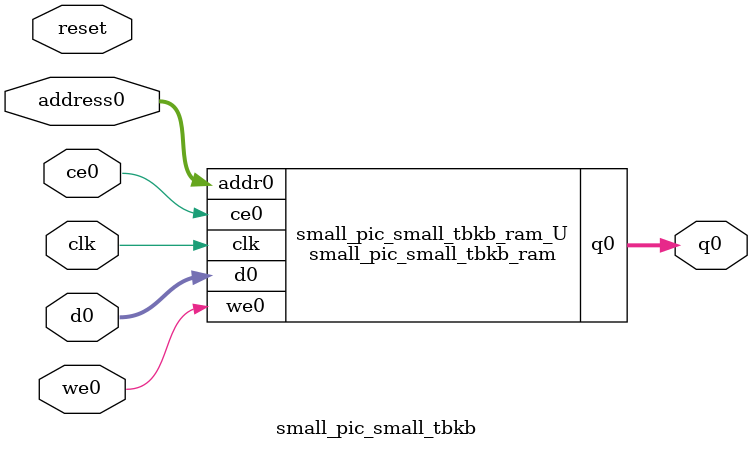
<source format=v>
`timescale 1 ns / 1 ps
module small_pic_small_tbkb_ram (addr0, ce0, d0, we0, q0,  clk);

parameter DWIDTH = 8;
parameter AWIDTH = 14;
parameter MEM_SIZE = 15552;

input[AWIDTH-1:0] addr0;
input ce0;
input[DWIDTH-1:0] d0;
input we0;
output reg[DWIDTH-1:0] q0;
input clk;

(* ram_style = "block" *)reg [DWIDTH-1:0] ram[0:MEM_SIZE-1];




always @(posedge clk)  
begin 
    if (ce0) 
    begin
        if (we0) 
        begin 
            ram[addr0] <= d0; 
        end 
        q0 <= ram[addr0];
    end
end


endmodule

`timescale 1 ns / 1 ps
module small_pic_small_tbkb(
    reset,
    clk,
    address0,
    ce0,
    we0,
    d0,
    q0);

parameter DataWidth = 32'd8;
parameter AddressRange = 32'd15552;
parameter AddressWidth = 32'd14;
input reset;
input clk;
input[AddressWidth - 1:0] address0;
input ce0;
input we0;
input[DataWidth - 1:0] d0;
output[DataWidth - 1:0] q0;



small_pic_small_tbkb_ram small_pic_small_tbkb_ram_U(
    .clk( clk ),
    .addr0( address0 ),
    .ce0( ce0 ),
    .we0( we0 ),
    .d0( d0 ),
    .q0( q0 ));

endmodule


</source>
